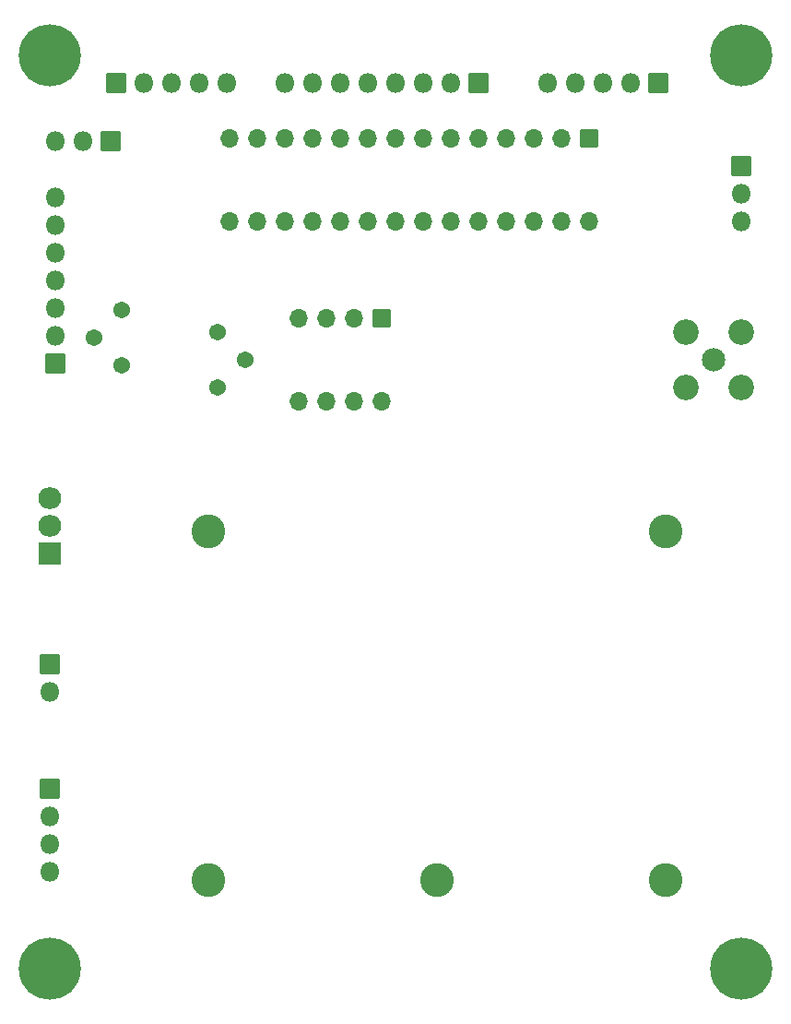
<source format=gbr>
%TF.GenerationSoftware,KiCad,Pcbnew,6.0.4*%
%TF.CreationDate,2022-04-29T13:24:53-05:00*%
%TF.ProjectId,gpsdo-controller,67707364-6f2d-4636-9f6e-74726f6c6c65,rev?*%
%TF.SameCoordinates,Original*%
%TF.FileFunction,Soldermask,Bot*%
%TF.FilePolarity,Negative*%
%FSLAX46Y46*%
G04 Gerber Fmt 4.6, Leading zero omitted, Abs format (unit mm)*
G04 Created by KiCad (PCBNEW 6.0.4) date 2022-04-29 13:24:53*
%MOMM*%
%LPD*%
G01*
G04 APERTURE LIST*
G04 Aperture macros list*
%AMRoundRect*
0 Rectangle with rounded corners*
0 $1 Rounding radius*
0 $2 $3 $4 $5 $6 $7 $8 $9 X,Y pos of 4 corners*
0 Add a 4 corners polygon primitive as box body*
4,1,4,$2,$3,$4,$5,$6,$7,$8,$9,$2,$3,0*
0 Add four circle primitives for the rounded corners*
1,1,$1+$1,$2,$3*
1,1,$1+$1,$4,$5*
1,1,$1+$1,$6,$7*
1,1,$1+$1,$8,$9*
0 Add four rect primitives between the rounded corners*
20,1,$1+$1,$2,$3,$4,$5,0*
20,1,$1+$1,$4,$5,$6,$7,0*
20,1,$1+$1,$6,$7,$8,$9,0*
20,1,$1+$1,$8,$9,$2,$3,0*%
G04 Aperture macros list end*
%ADD10C,1.541600*%
%ADD11RoundRect,0.050800X-0.850000X-0.850000X0.850000X-0.850000X0.850000X0.850000X-0.850000X0.850000X0*%
%ADD12O,1.801600X1.801600*%
%ADD13RoundRect,0.050800X-0.850000X0.850000X-0.850000X-0.850000X0.850000X-0.850000X0.850000X0.850000X0*%
%ADD14RoundRect,0.050800X-0.800000X0.800000X-0.800000X-0.800000X0.800000X-0.800000X0.800000X0.800000X0*%
%ADD15O,1.701600X1.701600*%
%ADD16RoundRect,0.050800X0.850000X0.850000X-0.850000X0.850000X-0.850000X-0.850000X0.850000X-0.850000X0*%
%ADD17RoundRect,0.050800X1.000000X-0.952500X1.000000X0.952500X-1.000000X0.952500X-1.000000X-0.952500X0*%
%ADD18O,2.101600X2.006600*%
%ADD19C,3.101600*%
%ADD20C,2.151600*%
%ADD21C,2.351600*%
%ADD22C,5.701600*%
%ADD23RoundRect,0.050800X0.850000X-0.850000X0.850000X0.850000X-0.850000X0.850000X-0.850000X-0.850000X0*%
G04 APERTURE END LIST*
D10*
%TO.C,RV2*%
X99205000Y-68570000D03*
X101745000Y-71110000D03*
X99205000Y-73650000D03*
%TD*%
D11*
%TO.C,J5*%
X83820000Y-110500000D03*
D12*
X83820000Y-113040000D03*
X83820000Y-115580000D03*
X83820000Y-118120000D03*
%TD*%
D11*
%TO.C,J8*%
X147320000Y-53340000D03*
D12*
X147320000Y-55880000D03*
X147320000Y-58420000D03*
%TD*%
D13*
%TO.C,J9*%
X123175000Y-45720000D03*
D12*
X120635000Y-45720000D03*
X118095000Y-45720000D03*
X115555000Y-45720000D03*
X113015000Y-45720000D03*
X110475000Y-45720000D03*
X107935000Y-45720000D03*
X105395000Y-45720000D03*
%TD*%
D14*
%TO.C,U5*%
X114300000Y-67310000D03*
D15*
X111760000Y-67310000D03*
X109220000Y-67310000D03*
X106680000Y-67310000D03*
X106680000Y-74930000D03*
X109220000Y-74930000D03*
X111760000Y-74930000D03*
X114300000Y-74930000D03*
%TD*%
D16*
%TO.C,J3*%
X84328000Y-71501000D03*
D12*
X84328000Y-68961000D03*
X84328000Y-66421000D03*
X84328000Y-63881000D03*
X84328000Y-61341000D03*
X84328000Y-58801000D03*
X84328000Y-56261000D03*
%TD*%
D17*
%TO.C,U6*%
X83820000Y-88900000D03*
D18*
X83820000Y-86360000D03*
X83820000Y-83820000D03*
%TD*%
D19*
%TO.C,U4*%
X140380000Y-118870000D03*
X119380000Y-118870000D03*
X98380000Y-118870000D03*
X98380000Y-86870000D03*
X140380000Y-86870000D03*
%TD*%
D10*
%TO.C,RV1*%
X90424000Y-66548000D03*
X87884000Y-69088000D03*
X90424000Y-71628000D03*
%TD*%
D20*
%TO.C,J1*%
X144780000Y-71120000D03*
D21*
X147320000Y-68580000D03*
X142240000Y-68580000D03*
X147320000Y-73660000D03*
X142240000Y-73660000D03*
%TD*%
D13*
%TO.C,J6*%
X139700000Y-45720000D03*
D12*
X137160000Y-45720000D03*
X134620000Y-45720000D03*
X132080000Y-45720000D03*
X129540000Y-45720000D03*
%TD*%
D22*
%TO.C,H2*%
X147320000Y-127000000D03*
%TD*%
D13*
%TO.C,J2*%
X89408000Y-51054000D03*
D12*
X86868000Y-51054000D03*
X84328000Y-51054000D03*
%TD*%
D22*
%TO.C,H3*%
X83820000Y-43180000D03*
%TD*%
%TO.C,H1*%
X147320000Y-43180000D03*
%TD*%
D11*
%TO.C,J7*%
X83820000Y-99060000D03*
D12*
X83820000Y-101600000D03*
%TD*%
D23*
%TO.C,J4*%
X89916000Y-45720000D03*
D12*
X92456000Y-45720000D03*
X94996000Y-45720000D03*
X97536000Y-45720000D03*
X100076000Y-45720000D03*
%TD*%
D14*
%TO.C,U3*%
X133340000Y-50810000D03*
D15*
X130800000Y-50810000D03*
X128260000Y-50810000D03*
X125720000Y-50810000D03*
X123180000Y-50810000D03*
X120640000Y-50810000D03*
X118100000Y-50810000D03*
X115560000Y-50810000D03*
X113020000Y-50810000D03*
X110480000Y-50810000D03*
X107940000Y-50810000D03*
X105400000Y-50810000D03*
X102860000Y-50810000D03*
X100320000Y-50810000D03*
X100320000Y-58430000D03*
X102860000Y-58430000D03*
X105400000Y-58430000D03*
X107940000Y-58430000D03*
X110480000Y-58430000D03*
X113020000Y-58430000D03*
X115560000Y-58430000D03*
X118100000Y-58430000D03*
X120640000Y-58430000D03*
X123180000Y-58430000D03*
X125720000Y-58430000D03*
X128260000Y-58430000D03*
X130800000Y-58430000D03*
X133340000Y-58430000D03*
%TD*%
D22*
%TO.C,H4*%
X83820000Y-127000000D03*
%TD*%
M02*

</source>
